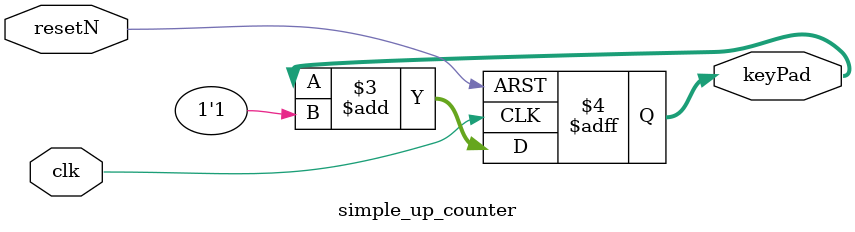
<source format=sv>

module simple_up_counter 
	(
   // Input, Output Ports
   input logic clk, 
   input logic resetN,
   output logic [3:0] keyPad // counter output name to match pins
   );
	
	// Internal or local parameters declarations
	
	
 	 
 
   always_ff @( posedge clk or negedge resetN )
   begin
      
      if ( !resetN ) begin // Asynchronic reset
			keyPad	<= 4'h0;
			end
      else 	begin			// Synchronic logic	
				keyPad	<= keyPad +1'b1;
			end
    end // always
	 
endmodule


</source>
